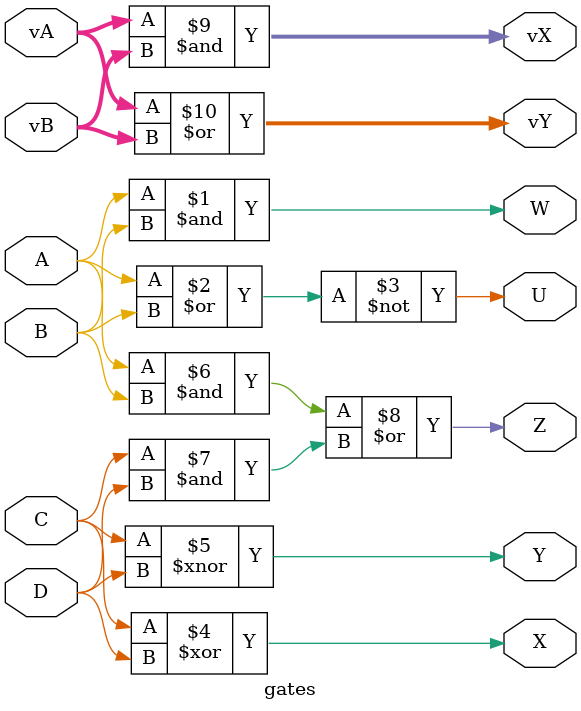
<source format=v>
module gates // module and name
    (
        input A, B, C, D,
        input[3:0] vA, vB,
        output W, U, X, Y, Z,
        output[3:0] vX, vY
    );

    assign W = A & B;    // scalar AND Gate
    assign U = ~(A | B); // scalar NOR Gate
    assign X = C ^ D;    // scalar XOR Gate
    assign Y = C ~^ D;   // scalar XNOR Gate
    assign Z = (A & B) | (C & D); // AND-OR gates
    assign vX = vA & vB; // Vector bitwise AND
    assign vY = vA | vB; // Vector bitwise OR

endmodule //gates

</source>
